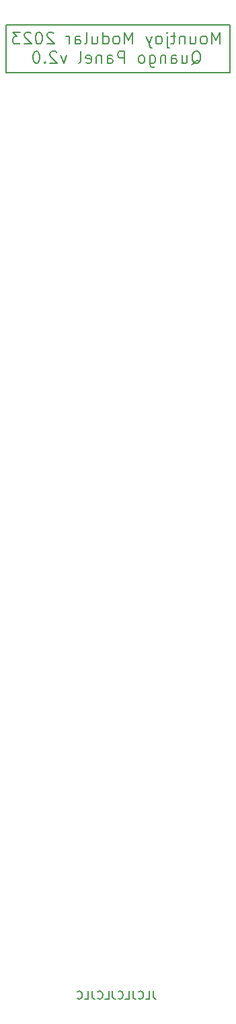
<source format=gbr>
%TF.GenerationSoftware,KiCad,Pcbnew,7.0.7*%
%TF.CreationDate,2023-08-21T16:31:17+01:00*%
%TF.ProjectId,Quango_Panel_3,5175616e-676f-45f5-9061-6e656c5f332e,rev?*%
%TF.SameCoordinates,Original*%
%TF.FileFunction,Legend,Bot*%
%TF.FilePolarity,Positive*%
%FSLAX46Y46*%
G04 Gerber Fmt 4.6, Leading zero omitted, Abs format (unit mm)*
G04 Created by KiCad (PCBNEW 7.0.7) date 2023-08-21 16:31:17*
%MOMM*%
%LPD*%
G01*
G04 APERTURE LIST*
%ADD10C,0.150000*%
%ADD11C,0.200000*%
G04 APERTURE END LIST*
D10*
X76600000Y-31950000D02*
X104800000Y-31950000D01*
X104800000Y-37950000D01*
X76600000Y-37950000D01*
X76600000Y-31950000D01*
X95119048Y-153504819D02*
X95119048Y-154219104D01*
X95119048Y-154219104D02*
X95166667Y-154361961D01*
X95166667Y-154361961D02*
X95261905Y-154457200D01*
X95261905Y-154457200D02*
X95404762Y-154504819D01*
X95404762Y-154504819D02*
X95500000Y-154504819D01*
X94166667Y-154504819D02*
X94642857Y-154504819D01*
X94642857Y-154504819D02*
X94642857Y-153504819D01*
X93261905Y-154409580D02*
X93309524Y-154457200D01*
X93309524Y-154457200D02*
X93452381Y-154504819D01*
X93452381Y-154504819D02*
X93547619Y-154504819D01*
X93547619Y-154504819D02*
X93690476Y-154457200D01*
X93690476Y-154457200D02*
X93785714Y-154361961D01*
X93785714Y-154361961D02*
X93833333Y-154266723D01*
X93833333Y-154266723D02*
X93880952Y-154076247D01*
X93880952Y-154076247D02*
X93880952Y-153933390D01*
X93880952Y-153933390D02*
X93833333Y-153742914D01*
X93833333Y-153742914D02*
X93785714Y-153647676D01*
X93785714Y-153647676D02*
X93690476Y-153552438D01*
X93690476Y-153552438D02*
X93547619Y-153504819D01*
X93547619Y-153504819D02*
X93452381Y-153504819D01*
X93452381Y-153504819D02*
X93309524Y-153552438D01*
X93309524Y-153552438D02*
X93261905Y-153600057D01*
X92547619Y-153504819D02*
X92547619Y-154219104D01*
X92547619Y-154219104D02*
X92595238Y-154361961D01*
X92595238Y-154361961D02*
X92690476Y-154457200D01*
X92690476Y-154457200D02*
X92833333Y-154504819D01*
X92833333Y-154504819D02*
X92928571Y-154504819D01*
X91595238Y-154504819D02*
X92071428Y-154504819D01*
X92071428Y-154504819D02*
X92071428Y-153504819D01*
X90690476Y-154409580D02*
X90738095Y-154457200D01*
X90738095Y-154457200D02*
X90880952Y-154504819D01*
X90880952Y-154504819D02*
X90976190Y-154504819D01*
X90976190Y-154504819D02*
X91119047Y-154457200D01*
X91119047Y-154457200D02*
X91214285Y-154361961D01*
X91214285Y-154361961D02*
X91261904Y-154266723D01*
X91261904Y-154266723D02*
X91309523Y-154076247D01*
X91309523Y-154076247D02*
X91309523Y-153933390D01*
X91309523Y-153933390D02*
X91261904Y-153742914D01*
X91261904Y-153742914D02*
X91214285Y-153647676D01*
X91214285Y-153647676D02*
X91119047Y-153552438D01*
X91119047Y-153552438D02*
X90976190Y-153504819D01*
X90976190Y-153504819D02*
X90880952Y-153504819D01*
X90880952Y-153504819D02*
X90738095Y-153552438D01*
X90738095Y-153552438D02*
X90690476Y-153600057D01*
X89976190Y-153504819D02*
X89976190Y-154219104D01*
X89976190Y-154219104D02*
X90023809Y-154361961D01*
X90023809Y-154361961D02*
X90119047Y-154457200D01*
X90119047Y-154457200D02*
X90261904Y-154504819D01*
X90261904Y-154504819D02*
X90357142Y-154504819D01*
X89023809Y-154504819D02*
X89499999Y-154504819D01*
X89499999Y-154504819D02*
X89499999Y-153504819D01*
X88119047Y-154409580D02*
X88166666Y-154457200D01*
X88166666Y-154457200D02*
X88309523Y-154504819D01*
X88309523Y-154504819D02*
X88404761Y-154504819D01*
X88404761Y-154504819D02*
X88547618Y-154457200D01*
X88547618Y-154457200D02*
X88642856Y-154361961D01*
X88642856Y-154361961D02*
X88690475Y-154266723D01*
X88690475Y-154266723D02*
X88738094Y-154076247D01*
X88738094Y-154076247D02*
X88738094Y-153933390D01*
X88738094Y-153933390D02*
X88690475Y-153742914D01*
X88690475Y-153742914D02*
X88642856Y-153647676D01*
X88642856Y-153647676D02*
X88547618Y-153552438D01*
X88547618Y-153552438D02*
X88404761Y-153504819D01*
X88404761Y-153504819D02*
X88309523Y-153504819D01*
X88309523Y-153504819D02*
X88166666Y-153552438D01*
X88166666Y-153552438D02*
X88119047Y-153600057D01*
X87404761Y-153504819D02*
X87404761Y-154219104D01*
X87404761Y-154219104D02*
X87452380Y-154361961D01*
X87452380Y-154361961D02*
X87547618Y-154457200D01*
X87547618Y-154457200D02*
X87690475Y-154504819D01*
X87690475Y-154504819D02*
X87785713Y-154504819D01*
X86452380Y-154504819D02*
X86928570Y-154504819D01*
X86928570Y-154504819D02*
X86928570Y-153504819D01*
X85547618Y-154409580D02*
X85595237Y-154457200D01*
X85595237Y-154457200D02*
X85738094Y-154504819D01*
X85738094Y-154504819D02*
X85833332Y-154504819D01*
X85833332Y-154504819D02*
X85976189Y-154457200D01*
X85976189Y-154457200D02*
X86071427Y-154361961D01*
X86071427Y-154361961D02*
X86119046Y-154266723D01*
X86119046Y-154266723D02*
X86166665Y-154076247D01*
X86166665Y-154076247D02*
X86166665Y-153933390D01*
X86166665Y-153933390D02*
X86119046Y-153742914D01*
X86119046Y-153742914D02*
X86071427Y-153647676D01*
X86071427Y-153647676D02*
X85976189Y-153552438D01*
X85976189Y-153552438D02*
X85833332Y-153504819D01*
X85833332Y-153504819D02*
X85738094Y-153504819D01*
X85738094Y-153504819D02*
X85595237Y-153552438D01*
X85595237Y-153552438D02*
X85547618Y-153600057D01*
D11*
X103499999Y-34326028D02*
X103499999Y-32826028D01*
X103499999Y-32826028D02*
X102999999Y-33897457D01*
X102999999Y-33897457D02*
X102499999Y-32826028D01*
X102499999Y-32826028D02*
X102499999Y-34326028D01*
X101571427Y-34326028D02*
X101714284Y-34254600D01*
X101714284Y-34254600D02*
X101785713Y-34183171D01*
X101785713Y-34183171D02*
X101857141Y-34040314D01*
X101857141Y-34040314D02*
X101857141Y-33611742D01*
X101857141Y-33611742D02*
X101785713Y-33468885D01*
X101785713Y-33468885D02*
X101714284Y-33397457D01*
X101714284Y-33397457D02*
X101571427Y-33326028D01*
X101571427Y-33326028D02*
X101357141Y-33326028D01*
X101357141Y-33326028D02*
X101214284Y-33397457D01*
X101214284Y-33397457D02*
X101142856Y-33468885D01*
X101142856Y-33468885D02*
X101071427Y-33611742D01*
X101071427Y-33611742D02*
X101071427Y-34040314D01*
X101071427Y-34040314D02*
X101142856Y-34183171D01*
X101142856Y-34183171D02*
X101214284Y-34254600D01*
X101214284Y-34254600D02*
X101357141Y-34326028D01*
X101357141Y-34326028D02*
X101571427Y-34326028D01*
X99785713Y-33326028D02*
X99785713Y-34326028D01*
X100428570Y-33326028D02*
X100428570Y-34111742D01*
X100428570Y-34111742D02*
X100357141Y-34254600D01*
X100357141Y-34254600D02*
X100214284Y-34326028D01*
X100214284Y-34326028D02*
X99999998Y-34326028D01*
X99999998Y-34326028D02*
X99857141Y-34254600D01*
X99857141Y-34254600D02*
X99785713Y-34183171D01*
X99071427Y-33326028D02*
X99071427Y-34326028D01*
X99071427Y-33468885D02*
X98999998Y-33397457D01*
X98999998Y-33397457D02*
X98857141Y-33326028D01*
X98857141Y-33326028D02*
X98642855Y-33326028D01*
X98642855Y-33326028D02*
X98499998Y-33397457D01*
X98499998Y-33397457D02*
X98428570Y-33540314D01*
X98428570Y-33540314D02*
X98428570Y-34326028D01*
X97928569Y-33326028D02*
X97357141Y-33326028D01*
X97714284Y-32826028D02*
X97714284Y-34111742D01*
X97714284Y-34111742D02*
X97642855Y-34254600D01*
X97642855Y-34254600D02*
X97499998Y-34326028D01*
X97499998Y-34326028D02*
X97357141Y-34326028D01*
X96857141Y-33326028D02*
X96857141Y-34611742D01*
X96857141Y-34611742D02*
X96928569Y-34754600D01*
X96928569Y-34754600D02*
X97071426Y-34826028D01*
X97071426Y-34826028D02*
X97142855Y-34826028D01*
X96857141Y-32826028D02*
X96928569Y-32897457D01*
X96928569Y-32897457D02*
X96857141Y-32968885D01*
X96857141Y-32968885D02*
X96785712Y-32897457D01*
X96785712Y-32897457D02*
X96857141Y-32826028D01*
X96857141Y-32826028D02*
X96857141Y-32968885D01*
X95928569Y-34326028D02*
X96071426Y-34254600D01*
X96071426Y-34254600D02*
X96142855Y-34183171D01*
X96142855Y-34183171D02*
X96214283Y-34040314D01*
X96214283Y-34040314D02*
X96214283Y-33611742D01*
X96214283Y-33611742D02*
X96142855Y-33468885D01*
X96142855Y-33468885D02*
X96071426Y-33397457D01*
X96071426Y-33397457D02*
X95928569Y-33326028D01*
X95928569Y-33326028D02*
X95714283Y-33326028D01*
X95714283Y-33326028D02*
X95571426Y-33397457D01*
X95571426Y-33397457D02*
X95499998Y-33468885D01*
X95499998Y-33468885D02*
X95428569Y-33611742D01*
X95428569Y-33611742D02*
X95428569Y-34040314D01*
X95428569Y-34040314D02*
X95499998Y-34183171D01*
X95499998Y-34183171D02*
X95571426Y-34254600D01*
X95571426Y-34254600D02*
X95714283Y-34326028D01*
X95714283Y-34326028D02*
X95928569Y-34326028D01*
X94928569Y-33326028D02*
X94571426Y-34326028D01*
X94214283Y-33326028D02*
X94571426Y-34326028D01*
X94571426Y-34326028D02*
X94714283Y-34683171D01*
X94714283Y-34683171D02*
X94785712Y-34754600D01*
X94785712Y-34754600D02*
X94928569Y-34826028D01*
X92499998Y-34326028D02*
X92499998Y-32826028D01*
X92499998Y-32826028D02*
X91999998Y-33897457D01*
X91999998Y-33897457D02*
X91499998Y-32826028D01*
X91499998Y-32826028D02*
X91499998Y-34326028D01*
X90571426Y-34326028D02*
X90714283Y-34254600D01*
X90714283Y-34254600D02*
X90785712Y-34183171D01*
X90785712Y-34183171D02*
X90857140Y-34040314D01*
X90857140Y-34040314D02*
X90857140Y-33611742D01*
X90857140Y-33611742D02*
X90785712Y-33468885D01*
X90785712Y-33468885D02*
X90714283Y-33397457D01*
X90714283Y-33397457D02*
X90571426Y-33326028D01*
X90571426Y-33326028D02*
X90357140Y-33326028D01*
X90357140Y-33326028D02*
X90214283Y-33397457D01*
X90214283Y-33397457D02*
X90142855Y-33468885D01*
X90142855Y-33468885D02*
X90071426Y-33611742D01*
X90071426Y-33611742D02*
X90071426Y-34040314D01*
X90071426Y-34040314D02*
X90142855Y-34183171D01*
X90142855Y-34183171D02*
X90214283Y-34254600D01*
X90214283Y-34254600D02*
X90357140Y-34326028D01*
X90357140Y-34326028D02*
X90571426Y-34326028D01*
X88785712Y-34326028D02*
X88785712Y-32826028D01*
X88785712Y-34254600D02*
X88928569Y-34326028D01*
X88928569Y-34326028D02*
X89214283Y-34326028D01*
X89214283Y-34326028D02*
X89357140Y-34254600D01*
X89357140Y-34254600D02*
X89428569Y-34183171D01*
X89428569Y-34183171D02*
X89499997Y-34040314D01*
X89499997Y-34040314D02*
X89499997Y-33611742D01*
X89499997Y-33611742D02*
X89428569Y-33468885D01*
X89428569Y-33468885D02*
X89357140Y-33397457D01*
X89357140Y-33397457D02*
X89214283Y-33326028D01*
X89214283Y-33326028D02*
X88928569Y-33326028D01*
X88928569Y-33326028D02*
X88785712Y-33397457D01*
X87428569Y-33326028D02*
X87428569Y-34326028D01*
X88071426Y-33326028D02*
X88071426Y-34111742D01*
X88071426Y-34111742D02*
X87999997Y-34254600D01*
X87999997Y-34254600D02*
X87857140Y-34326028D01*
X87857140Y-34326028D02*
X87642854Y-34326028D01*
X87642854Y-34326028D02*
X87499997Y-34254600D01*
X87499997Y-34254600D02*
X87428569Y-34183171D01*
X86499997Y-34326028D02*
X86642854Y-34254600D01*
X86642854Y-34254600D02*
X86714283Y-34111742D01*
X86714283Y-34111742D02*
X86714283Y-32826028D01*
X85285712Y-34326028D02*
X85285712Y-33540314D01*
X85285712Y-33540314D02*
X85357140Y-33397457D01*
X85357140Y-33397457D02*
X85499997Y-33326028D01*
X85499997Y-33326028D02*
X85785712Y-33326028D01*
X85785712Y-33326028D02*
X85928569Y-33397457D01*
X85285712Y-34254600D02*
X85428569Y-34326028D01*
X85428569Y-34326028D02*
X85785712Y-34326028D01*
X85785712Y-34326028D02*
X85928569Y-34254600D01*
X85928569Y-34254600D02*
X85999997Y-34111742D01*
X85999997Y-34111742D02*
X85999997Y-33968885D01*
X85999997Y-33968885D02*
X85928569Y-33826028D01*
X85928569Y-33826028D02*
X85785712Y-33754600D01*
X85785712Y-33754600D02*
X85428569Y-33754600D01*
X85428569Y-33754600D02*
X85285712Y-33683171D01*
X84571426Y-34326028D02*
X84571426Y-33326028D01*
X84571426Y-33611742D02*
X84499997Y-33468885D01*
X84499997Y-33468885D02*
X84428569Y-33397457D01*
X84428569Y-33397457D02*
X84285711Y-33326028D01*
X84285711Y-33326028D02*
X84142854Y-33326028D01*
X82571426Y-32968885D02*
X82499998Y-32897457D01*
X82499998Y-32897457D02*
X82357141Y-32826028D01*
X82357141Y-32826028D02*
X81999998Y-32826028D01*
X81999998Y-32826028D02*
X81857141Y-32897457D01*
X81857141Y-32897457D02*
X81785712Y-32968885D01*
X81785712Y-32968885D02*
X81714283Y-33111742D01*
X81714283Y-33111742D02*
X81714283Y-33254600D01*
X81714283Y-33254600D02*
X81785712Y-33468885D01*
X81785712Y-33468885D02*
X82642855Y-34326028D01*
X82642855Y-34326028D02*
X81714283Y-34326028D01*
X80785712Y-32826028D02*
X80642855Y-32826028D01*
X80642855Y-32826028D02*
X80499998Y-32897457D01*
X80499998Y-32897457D02*
X80428570Y-32968885D01*
X80428570Y-32968885D02*
X80357141Y-33111742D01*
X80357141Y-33111742D02*
X80285712Y-33397457D01*
X80285712Y-33397457D02*
X80285712Y-33754600D01*
X80285712Y-33754600D02*
X80357141Y-34040314D01*
X80357141Y-34040314D02*
X80428570Y-34183171D01*
X80428570Y-34183171D02*
X80499998Y-34254600D01*
X80499998Y-34254600D02*
X80642855Y-34326028D01*
X80642855Y-34326028D02*
X80785712Y-34326028D01*
X80785712Y-34326028D02*
X80928570Y-34254600D01*
X80928570Y-34254600D02*
X80999998Y-34183171D01*
X80999998Y-34183171D02*
X81071427Y-34040314D01*
X81071427Y-34040314D02*
X81142855Y-33754600D01*
X81142855Y-33754600D02*
X81142855Y-33397457D01*
X81142855Y-33397457D02*
X81071427Y-33111742D01*
X81071427Y-33111742D02*
X80999998Y-32968885D01*
X80999998Y-32968885D02*
X80928570Y-32897457D01*
X80928570Y-32897457D02*
X80785712Y-32826028D01*
X79714284Y-32968885D02*
X79642856Y-32897457D01*
X79642856Y-32897457D02*
X79499999Y-32826028D01*
X79499999Y-32826028D02*
X79142856Y-32826028D01*
X79142856Y-32826028D02*
X78999999Y-32897457D01*
X78999999Y-32897457D02*
X78928570Y-32968885D01*
X78928570Y-32968885D02*
X78857141Y-33111742D01*
X78857141Y-33111742D02*
X78857141Y-33254600D01*
X78857141Y-33254600D02*
X78928570Y-33468885D01*
X78928570Y-33468885D02*
X79785713Y-34326028D01*
X79785713Y-34326028D02*
X78857141Y-34326028D01*
X78357142Y-32826028D02*
X77428570Y-32826028D01*
X77428570Y-32826028D02*
X77928570Y-33397457D01*
X77928570Y-33397457D02*
X77714285Y-33397457D01*
X77714285Y-33397457D02*
X77571428Y-33468885D01*
X77571428Y-33468885D02*
X77499999Y-33540314D01*
X77499999Y-33540314D02*
X77428570Y-33683171D01*
X77428570Y-33683171D02*
X77428570Y-34040314D01*
X77428570Y-34040314D02*
X77499999Y-34183171D01*
X77499999Y-34183171D02*
X77571428Y-34254600D01*
X77571428Y-34254600D02*
X77714285Y-34326028D01*
X77714285Y-34326028D02*
X78142856Y-34326028D01*
X78142856Y-34326028D02*
X78285713Y-34254600D01*
X78285713Y-34254600D02*
X78357142Y-34183171D01*
X99964285Y-36883885D02*
X100107142Y-36812457D01*
X100107142Y-36812457D02*
X100249999Y-36669600D01*
X100249999Y-36669600D02*
X100464285Y-36455314D01*
X100464285Y-36455314D02*
X100607142Y-36383885D01*
X100607142Y-36383885D02*
X100749999Y-36383885D01*
X100678570Y-36741028D02*
X100821428Y-36669600D01*
X100821428Y-36669600D02*
X100964285Y-36526742D01*
X100964285Y-36526742D02*
X101035713Y-36241028D01*
X101035713Y-36241028D02*
X101035713Y-35741028D01*
X101035713Y-35741028D02*
X100964285Y-35455314D01*
X100964285Y-35455314D02*
X100821428Y-35312457D01*
X100821428Y-35312457D02*
X100678570Y-35241028D01*
X100678570Y-35241028D02*
X100392856Y-35241028D01*
X100392856Y-35241028D02*
X100249999Y-35312457D01*
X100249999Y-35312457D02*
X100107142Y-35455314D01*
X100107142Y-35455314D02*
X100035713Y-35741028D01*
X100035713Y-35741028D02*
X100035713Y-36241028D01*
X100035713Y-36241028D02*
X100107142Y-36526742D01*
X100107142Y-36526742D02*
X100249999Y-36669600D01*
X100249999Y-36669600D02*
X100392856Y-36741028D01*
X100392856Y-36741028D02*
X100678570Y-36741028D01*
X98749999Y-35741028D02*
X98749999Y-36741028D01*
X99392856Y-35741028D02*
X99392856Y-36526742D01*
X99392856Y-36526742D02*
X99321427Y-36669600D01*
X99321427Y-36669600D02*
X99178570Y-36741028D01*
X99178570Y-36741028D02*
X98964284Y-36741028D01*
X98964284Y-36741028D02*
X98821427Y-36669600D01*
X98821427Y-36669600D02*
X98749999Y-36598171D01*
X97392856Y-36741028D02*
X97392856Y-35955314D01*
X97392856Y-35955314D02*
X97464284Y-35812457D01*
X97464284Y-35812457D02*
X97607141Y-35741028D01*
X97607141Y-35741028D02*
X97892856Y-35741028D01*
X97892856Y-35741028D02*
X98035713Y-35812457D01*
X97392856Y-36669600D02*
X97535713Y-36741028D01*
X97535713Y-36741028D02*
X97892856Y-36741028D01*
X97892856Y-36741028D02*
X98035713Y-36669600D01*
X98035713Y-36669600D02*
X98107141Y-36526742D01*
X98107141Y-36526742D02*
X98107141Y-36383885D01*
X98107141Y-36383885D02*
X98035713Y-36241028D01*
X98035713Y-36241028D02*
X97892856Y-36169600D01*
X97892856Y-36169600D02*
X97535713Y-36169600D01*
X97535713Y-36169600D02*
X97392856Y-36098171D01*
X96678570Y-35741028D02*
X96678570Y-36741028D01*
X96678570Y-35883885D02*
X96607141Y-35812457D01*
X96607141Y-35812457D02*
X96464284Y-35741028D01*
X96464284Y-35741028D02*
X96249998Y-35741028D01*
X96249998Y-35741028D02*
X96107141Y-35812457D01*
X96107141Y-35812457D02*
X96035713Y-35955314D01*
X96035713Y-35955314D02*
X96035713Y-36741028D01*
X94678570Y-35741028D02*
X94678570Y-36955314D01*
X94678570Y-36955314D02*
X94749998Y-37098171D01*
X94749998Y-37098171D02*
X94821427Y-37169600D01*
X94821427Y-37169600D02*
X94964284Y-37241028D01*
X94964284Y-37241028D02*
X95178570Y-37241028D01*
X95178570Y-37241028D02*
X95321427Y-37169600D01*
X94678570Y-36669600D02*
X94821427Y-36741028D01*
X94821427Y-36741028D02*
X95107141Y-36741028D01*
X95107141Y-36741028D02*
X95249998Y-36669600D01*
X95249998Y-36669600D02*
X95321427Y-36598171D01*
X95321427Y-36598171D02*
X95392855Y-36455314D01*
X95392855Y-36455314D02*
X95392855Y-36026742D01*
X95392855Y-36026742D02*
X95321427Y-35883885D01*
X95321427Y-35883885D02*
X95249998Y-35812457D01*
X95249998Y-35812457D02*
X95107141Y-35741028D01*
X95107141Y-35741028D02*
X94821427Y-35741028D01*
X94821427Y-35741028D02*
X94678570Y-35812457D01*
X93749998Y-36741028D02*
X93892855Y-36669600D01*
X93892855Y-36669600D02*
X93964284Y-36598171D01*
X93964284Y-36598171D02*
X94035712Y-36455314D01*
X94035712Y-36455314D02*
X94035712Y-36026742D01*
X94035712Y-36026742D02*
X93964284Y-35883885D01*
X93964284Y-35883885D02*
X93892855Y-35812457D01*
X93892855Y-35812457D02*
X93749998Y-35741028D01*
X93749998Y-35741028D02*
X93535712Y-35741028D01*
X93535712Y-35741028D02*
X93392855Y-35812457D01*
X93392855Y-35812457D02*
X93321427Y-35883885D01*
X93321427Y-35883885D02*
X93249998Y-36026742D01*
X93249998Y-36026742D02*
X93249998Y-36455314D01*
X93249998Y-36455314D02*
X93321427Y-36598171D01*
X93321427Y-36598171D02*
X93392855Y-36669600D01*
X93392855Y-36669600D02*
X93535712Y-36741028D01*
X93535712Y-36741028D02*
X93749998Y-36741028D01*
X91464284Y-36741028D02*
X91464284Y-35241028D01*
X91464284Y-35241028D02*
X90892855Y-35241028D01*
X90892855Y-35241028D02*
X90749998Y-35312457D01*
X90749998Y-35312457D02*
X90678569Y-35383885D01*
X90678569Y-35383885D02*
X90607141Y-35526742D01*
X90607141Y-35526742D02*
X90607141Y-35741028D01*
X90607141Y-35741028D02*
X90678569Y-35883885D01*
X90678569Y-35883885D02*
X90749998Y-35955314D01*
X90749998Y-35955314D02*
X90892855Y-36026742D01*
X90892855Y-36026742D02*
X91464284Y-36026742D01*
X89321427Y-36741028D02*
X89321427Y-35955314D01*
X89321427Y-35955314D02*
X89392855Y-35812457D01*
X89392855Y-35812457D02*
X89535712Y-35741028D01*
X89535712Y-35741028D02*
X89821427Y-35741028D01*
X89821427Y-35741028D02*
X89964284Y-35812457D01*
X89321427Y-36669600D02*
X89464284Y-36741028D01*
X89464284Y-36741028D02*
X89821427Y-36741028D01*
X89821427Y-36741028D02*
X89964284Y-36669600D01*
X89964284Y-36669600D02*
X90035712Y-36526742D01*
X90035712Y-36526742D02*
X90035712Y-36383885D01*
X90035712Y-36383885D02*
X89964284Y-36241028D01*
X89964284Y-36241028D02*
X89821427Y-36169600D01*
X89821427Y-36169600D02*
X89464284Y-36169600D01*
X89464284Y-36169600D02*
X89321427Y-36098171D01*
X88607141Y-35741028D02*
X88607141Y-36741028D01*
X88607141Y-35883885D02*
X88535712Y-35812457D01*
X88535712Y-35812457D02*
X88392855Y-35741028D01*
X88392855Y-35741028D02*
X88178569Y-35741028D01*
X88178569Y-35741028D02*
X88035712Y-35812457D01*
X88035712Y-35812457D02*
X87964284Y-35955314D01*
X87964284Y-35955314D02*
X87964284Y-36741028D01*
X86678569Y-36669600D02*
X86821426Y-36741028D01*
X86821426Y-36741028D02*
X87107141Y-36741028D01*
X87107141Y-36741028D02*
X87249998Y-36669600D01*
X87249998Y-36669600D02*
X87321426Y-36526742D01*
X87321426Y-36526742D02*
X87321426Y-35955314D01*
X87321426Y-35955314D02*
X87249998Y-35812457D01*
X87249998Y-35812457D02*
X87107141Y-35741028D01*
X87107141Y-35741028D02*
X86821426Y-35741028D01*
X86821426Y-35741028D02*
X86678569Y-35812457D01*
X86678569Y-35812457D02*
X86607141Y-35955314D01*
X86607141Y-35955314D02*
X86607141Y-36098171D01*
X86607141Y-36098171D02*
X87321426Y-36241028D01*
X85749998Y-36741028D02*
X85892855Y-36669600D01*
X85892855Y-36669600D02*
X85964284Y-36526742D01*
X85964284Y-36526742D02*
X85964284Y-35241028D01*
X84178570Y-35741028D02*
X83821427Y-36741028D01*
X83821427Y-36741028D02*
X83464284Y-35741028D01*
X82964284Y-35383885D02*
X82892856Y-35312457D01*
X82892856Y-35312457D02*
X82749999Y-35241028D01*
X82749999Y-35241028D02*
X82392856Y-35241028D01*
X82392856Y-35241028D02*
X82249999Y-35312457D01*
X82249999Y-35312457D02*
X82178570Y-35383885D01*
X82178570Y-35383885D02*
X82107141Y-35526742D01*
X82107141Y-35526742D02*
X82107141Y-35669600D01*
X82107141Y-35669600D02*
X82178570Y-35883885D01*
X82178570Y-35883885D02*
X83035713Y-36741028D01*
X83035713Y-36741028D02*
X82107141Y-36741028D01*
X81464285Y-36598171D02*
X81392856Y-36669600D01*
X81392856Y-36669600D02*
X81464285Y-36741028D01*
X81464285Y-36741028D02*
X81535713Y-36669600D01*
X81535713Y-36669600D02*
X81464285Y-36598171D01*
X81464285Y-36598171D02*
X81464285Y-36741028D01*
X80464284Y-35241028D02*
X80321427Y-35241028D01*
X80321427Y-35241028D02*
X80178570Y-35312457D01*
X80178570Y-35312457D02*
X80107142Y-35383885D01*
X80107142Y-35383885D02*
X80035713Y-35526742D01*
X80035713Y-35526742D02*
X79964284Y-35812457D01*
X79964284Y-35812457D02*
X79964284Y-36169600D01*
X79964284Y-36169600D02*
X80035713Y-36455314D01*
X80035713Y-36455314D02*
X80107142Y-36598171D01*
X80107142Y-36598171D02*
X80178570Y-36669600D01*
X80178570Y-36669600D02*
X80321427Y-36741028D01*
X80321427Y-36741028D02*
X80464284Y-36741028D01*
X80464284Y-36741028D02*
X80607142Y-36669600D01*
X80607142Y-36669600D02*
X80678570Y-36598171D01*
X80678570Y-36598171D02*
X80749999Y-36455314D01*
X80749999Y-36455314D02*
X80821427Y-36169600D01*
X80821427Y-36169600D02*
X80821427Y-35812457D01*
X80821427Y-35812457D02*
X80749999Y-35526742D01*
X80749999Y-35526742D02*
X80678570Y-35383885D01*
X80678570Y-35383885D02*
X80607142Y-35312457D01*
X80607142Y-35312457D02*
X80464284Y-35241028D01*
M02*

</source>
